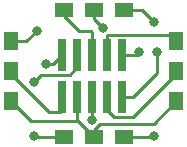
<source format=gbr>
%TF.GenerationSoftware,KiCad,Pcbnew,6.0.8-f2edbf62ab~116~ubuntu22.04.1*%
%TF.CreationDate,2022-10-04T18:23:03-04:00*%
%TF.ProjectId,PicoDebugInterface,5069636f-4465-4627-9567-496e74657266,rev?*%
%TF.SameCoordinates,Original*%
%TF.FileFunction,Copper,L1,Top*%
%TF.FilePolarity,Positive*%
%FSLAX46Y46*%
G04 Gerber Fmt 4.6, Leading zero omitted, Abs format (unit mm)*
G04 Created by KiCad (PCBNEW 6.0.8-f2edbf62ab~116~ubuntu22.04.1) date 2022-10-04 18:23:03*
%MOMM*%
%LPD*%
G01*
G04 APERTURE LIST*
%TA.AperFunction,SMDPad,CuDef*%
%ADD10R,1.524000X1.143000*%
%TD*%
%TA.AperFunction,SMDPad,CuDef*%
%ADD11R,1.143000X1.524000*%
%TD*%
%TA.AperFunction,SMDPad,CuDef*%
%ADD12R,0.660400X2.768600*%
%TD*%
%TA.AperFunction,ViaPad*%
%ADD13C,0.800000*%
%TD*%
%TA.AperFunction,Conductor*%
%ADD14C,0.250000*%
%TD*%
G04 APERTURE END LIST*
D10*
%TO.P,J2,1,Pin_1*%
%TO.N,/SWDCLK*%
X126238000Y-67119500D03*
%TO.P,J2,2,Pin_2*%
%TO.N,GND*%
X128778000Y-67119500D03*
%TO.P,J2,3,Pin_3*%
%TO.N,/SWDIO*%
X131318000Y-67119500D03*
%TD*%
D11*
%TO.P,J4,1,Pin_1*%
%TO.N,GND*%
X135763000Y-64135000D03*
%TO.P,J4,2,Pin_2*%
%TO.N,/SDA_1*%
X135763000Y-61595000D03*
%TO.P,J4,3,Pin_3*%
%TO.N,/SCL_1*%
X135763000Y-59055000D03*
%TD*%
D12*
%TO.P,J1,1,Pin_1*%
%TO.N,/SCL_0*%
X126111000Y-63728000D03*
%TO.P,J1,2,Pin_2*%
%TO.N,/SWDIO*%
X126111000Y-60198000D03*
%TO.P,J1,3,Pin_3*%
%TO.N,GND*%
X127381000Y-63728000D03*
%TO.P,J1,4,Pin_4*%
%TO.N,/SWDCLK*%
X127381000Y-60198000D03*
%TO.P,J1,5,Pin_5*%
%TO.N,/Uart_RX*%
X128651000Y-63728000D03*
%TO.P,J1,6,Pin_6*%
%TO.N,/SWO*%
X128651000Y-60198000D03*
%TO.P,J1,7,Pin_7*%
%TO.N,/SDA_1*%
X129921000Y-63728000D03*
%TO.P,J1,8,Pin_8*%
%TO.N,/SCL_1*%
X129921000Y-60198000D03*
%TO.P,J1,9,Pin_9*%
%TO.N,/VBUS_OUT*%
X131191000Y-63728000D03*
%TO.P,J1,10,Pin_10*%
%TO.N,/SDA_0*%
X131191000Y-60198000D03*
%TD*%
D10*
%TO.P,J5,1,Pin_1*%
%TO.N,/SWO*%
X126238000Y-56388000D03*
%TO.P,J5,2,Pin_2*%
%TO.N,/Uart_RX*%
X128778000Y-56388000D03*
%TO.P,J5,3,Pin_3*%
%TO.N,/VBUS_OUT*%
X131318000Y-56388000D03*
%TD*%
D11*
%TO.P,J3,1,Pin_1*%
%TO.N,GND*%
X121791000Y-64135000D03*
%TO.P,J3,2,Pin_2*%
%TO.N,/SCL_0*%
X121791000Y-61595000D03*
%TO.P,J3,3,Pin_3*%
%TO.N,/SDA_0*%
X121791000Y-59055000D03*
%TD*%
D13*
%TO.N,/SWDIO*%
X124714000Y-60960000D03*
X133858000Y-67055000D03*
%TO.N,/SWDCLK*%
X123761500Y-67055000D03*
X123698000Y-62484000D03*
%TO.N,/VBUS_OUT*%
X133858000Y-57404000D03*
X134112000Y-59944000D03*
%TO.N,/Uart_RX*%
X129540000Y-57912000D03*
X128611698Y-65689704D03*
%TO.N,/SDA_0*%
X132588000Y-59944000D03*
X123952000Y-58166000D03*
%TD*%
D14*
%TO.N,/SWDIO*%
X133794500Y-67119500D02*
X133858000Y-67056000D01*
X131318000Y-67119500D02*
X133794500Y-67119500D01*
X125349000Y-60960000D02*
X126111000Y-60198000D01*
X124714000Y-60960000D02*
X125349000Y-60960000D01*
X133858000Y-67056000D02*
X133858000Y-67055000D01*
%TO.N,/SWDCLK*%
X126725800Y-61907300D02*
X127381000Y-61252100D01*
X123761500Y-67119500D02*
X123698000Y-67056000D01*
X124274700Y-61907300D02*
X126725800Y-61907300D01*
X123699000Y-67055000D02*
X123761500Y-67055000D01*
X123698000Y-67056000D02*
X123699000Y-67055000D01*
X123698000Y-62484000D02*
X124274700Y-61907300D01*
X126238000Y-67119500D02*
X123761500Y-67119500D01*
X127381000Y-61252100D02*
X127381000Y-60198000D01*
%TO.N,/SWO*%
X128524000Y-58166000D02*
X128651000Y-58293000D01*
X127508000Y-58166000D02*
X128524000Y-58166000D01*
X126238000Y-56896000D02*
X127508000Y-58166000D01*
X128651000Y-58293000D02*
X128651000Y-60198000D01*
%TO.N,/VBUS_OUT*%
X132842000Y-56388000D02*
X133858000Y-57404000D01*
X132106000Y-63728000D02*
X134112000Y-61722000D01*
X134112000Y-61722000D02*
X134112000Y-59944000D01*
X131191000Y-63728000D02*
X132106000Y-63728000D01*
X131318000Y-56388000D02*
X132842000Y-56388000D01*
%TO.N,/Uart_RX*%
X129286000Y-57658000D02*
X129540000Y-57912000D01*
X128778000Y-56388000D02*
X128778000Y-57150000D01*
X128611698Y-63767302D02*
X128651000Y-63728000D01*
X128611698Y-65689704D02*
X128611698Y-63767302D01*
X128778000Y-57150000D02*
X129286000Y-57658000D01*
%TO.N,/SCL_0*%
X121791000Y-61595000D02*
X121791000Y-61847000D01*
X125984000Y-65024000D02*
X126111000Y-64897000D01*
X121791000Y-61847000D02*
X124968000Y-65024000D01*
X126111000Y-64897000D02*
X126111000Y-63728000D01*
X124968000Y-65024000D02*
X125984000Y-65024000D01*
%TO.N,/SDA_1*%
X130461300Y-65437300D02*
X129921000Y-64897000D01*
X135763000Y-61785500D02*
X132111200Y-65437300D01*
X132111200Y-65437300D02*
X130461300Y-65437300D01*
X135763000Y-61595000D02*
X135763000Y-61785500D01*
X129921000Y-64897000D02*
X129921000Y-63728000D01*
%TO.N,/SCL_1*%
X129921000Y-58547000D02*
X129921000Y-60198000D01*
X129979300Y-58488700D02*
X129921000Y-58547000D01*
X135763000Y-59055000D02*
X135196700Y-58488700D01*
X135196700Y-58488700D02*
X129979300Y-58488700D01*
%TO.N,/SDA_0*%
X123063000Y-59055000D02*
X123952000Y-58166000D01*
X132334000Y-60198000D02*
X132588000Y-59944000D01*
X131191000Y-60198000D02*
X132334000Y-60198000D01*
X121791000Y-59055000D02*
X123063000Y-59055000D01*
%TO.N,GND*%
X127381000Y-65659000D02*
X127381000Y-65784000D01*
X135763000Y-64135000D02*
X133858000Y-66040000D01*
X121791000Y-64135000D02*
X123440000Y-65784000D01*
X127442500Y-65784000D02*
X128778000Y-67119500D01*
X123440000Y-65784000D02*
X127381000Y-65784000D01*
X128778000Y-66548000D02*
X128778000Y-67119500D01*
X129286000Y-66040000D02*
X128778000Y-66548000D01*
X127381000Y-63728000D02*
X127381000Y-65659000D01*
X133858000Y-66040000D02*
X129286000Y-66040000D01*
X127381000Y-65784000D02*
X127442500Y-65784000D01*
%TD*%
M02*

</source>
